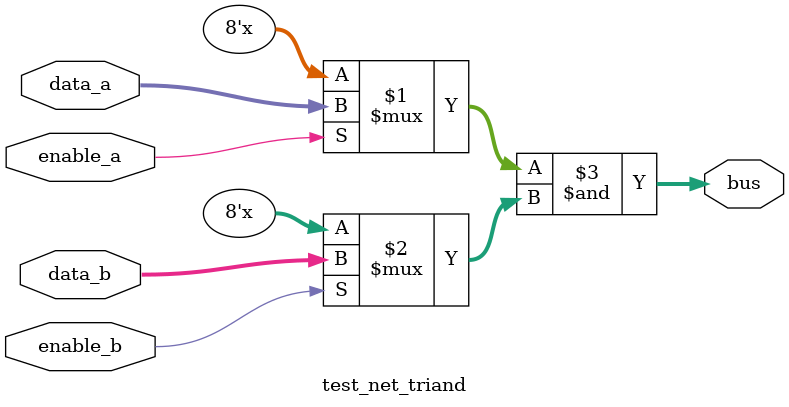
<source format=v>

module test_net_triand(
  input [7:0] data_a,
  input [7:0] data_b,
  input enable_a,
  input enable_b,
  output triand [7:0] bus
);
  assign bus = enable_a ? data_a : 8'bz;
  assign bus = enable_b ? data_b : 8'bz;
  // When both enabled, result is data_a & data_b
  // When one enabled, result is that data
  // When neither enabled, result is z
endmodule

</source>
